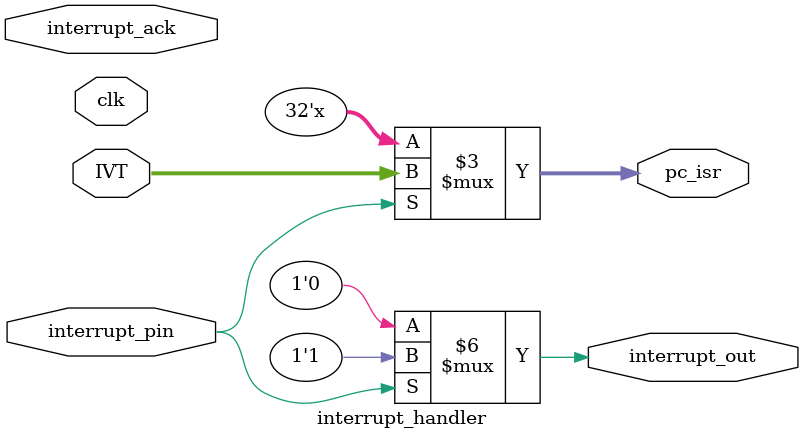
<source format=v>
module interrupt_handler(
    input clk,
    input interrupt_pin,
    input [31:0]IVT,
    input interrupt_ack,
    output reg interrupt_out,
    output reg [31:0]pc_isr
);

    always@(*)
    begin
        if(interrupt_pin)
        begin
            interrupt_out <= 1'b1;
            pc_isr <= IVT;
        end    
        else
            interrupt_out <= 1'b0;
    end  
  endmodule  
</source>
